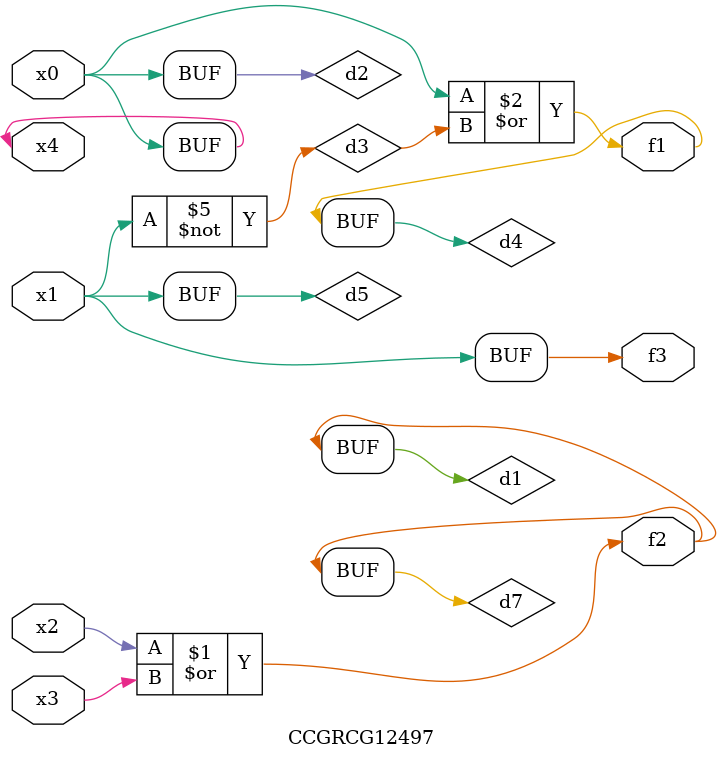
<source format=v>
module CCGRCG12497(
	input x0, x1, x2, x3, x4,
	output f1, f2, f3
);

	wire d1, d2, d3, d4, d5, d6, d7;

	or (d1, x2, x3);
	buf (d2, x0, x4);
	not (d3, x1);
	or (d4, d2, d3);
	not (d5, d3);
	nand (d6, d1, d3);
	or (d7, d1);
	assign f1 = d4;
	assign f2 = d7;
	assign f3 = d5;
endmodule

</source>
